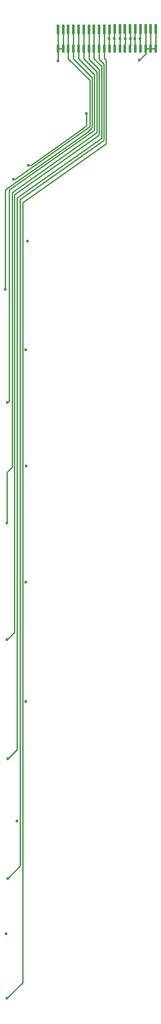
<source format=gbr>
%TF.GenerationSoftware,KiCad,Pcbnew,8.0.2*%
%TF.CreationDate,2025-02-10T20:40:28+01:00*%
%TF.ProjectId,FT25_AMS_VSENS,46543235-5f41-44d5-935f-5653454e532e,rev?*%
%TF.SameCoordinates,Original*%
%TF.FileFunction,Copper,L4,Bot*%
%TF.FilePolarity,Positive*%
%FSLAX46Y46*%
G04 Gerber Fmt 4.6, Leading zero omitted, Abs format (unit mm)*
G04 Created by KiCad (PCBNEW 8.0.2) date 2025-02-10 20:40:28*
%MOMM*%
%LPD*%
G01*
G04 APERTURE LIST*
%TA.AperFunction,SMDPad,CuDef*%
%ADD10R,0.600000X1.650000*%
%TD*%
%TA.AperFunction,SMDPad,CuDef*%
%ADD11R,0.600000X1.850000*%
%TD*%
%TA.AperFunction,ViaPad*%
%ADD12C,0.600000*%
%TD*%
%TA.AperFunction,Conductor*%
%ADD13C,0.250000*%
%TD*%
G04 APERTURE END LIST*
D10*
%TO.P,J19,1,1*%
%TO.N,GND*%
X226350000Y-45125000D03*
D11*
%TO.P,J19,2,2*%
X226350000Y-41325000D03*
D10*
%TO.P,J19,3,3*%
X225350000Y-45125000D03*
D11*
%TO.P,J19,4,4*%
X225350000Y-41325000D03*
D10*
%TO.P,J19,5,5*%
X224350000Y-45125000D03*
D11*
%TO.P,J19,6,6*%
X224350000Y-41325000D03*
D10*
%TO.P,J19,7,7*%
%TO.N,/V1*%
X223350000Y-45125000D03*
D11*
%TO.P,J19,8,8*%
X223350000Y-41325000D03*
D10*
%TO.P,J19,9,9*%
%TO.N,/V2*%
X222350000Y-45125000D03*
D11*
%TO.P,J19,10,10*%
X222350000Y-41325000D03*
D10*
%TO.P,J19,11,11*%
%TO.N,/V3*%
X221350000Y-45125000D03*
D11*
%TO.P,J19,12,12*%
X221350000Y-41325000D03*
D10*
%TO.P,J19,13,13*%
%TO.N,/V4*%
X220350000Y-45125000D03*
D11*
%TO.P,J19,14,14*%
X220350000Y-41325000D03*
D10*
%TO.P,J19,15,15*%
%TO.N,/V5*%
X219350000Y-45125000D03*
D11*
%TO.P,J19,16,16*%
X219350000Y-41325000D03*
D10*
%TO.P,J19,17,17*%
%TO.N,/V6*%
X218350000Y-45125000D03*
D11*
%TO.P,J19,18,18*%
X218350000Y-41325000D03*
D10*
%TO.P,J19,19,19*%
%TO.N,/V7*%
X217350000Y-45125000D03*
D11*
%TO.P,J19,20,20*%
X217350000Y-41375000D03*
D10*
%TO.P,J19,21,21*%
%TO.N,/V8*%
X216350000Y-45125000D03*
D11*
%TO.P,J19,22,22*%
X216350000Y-41375000D03*
D10*
%TO.P,J19,23,23*%
%TO.N,/V9*%
X215350000Y-45125000D03*
D11*
%TO.P,J19,24,24*%
X215350000Y-41375000D03*
D10*
%TO.P,J19,25,25*%
%TO.N,/V10*%
X214350000Y-45125000D03*
D11*
%TO.P,J19,26,26*%
X214350000Y-41375000D03*
D10*
%TO.P,J19,27,27*%
%TO.N,/V11*%
X213350000Y-45125000D03*
D11*
%TO.P,J19,28,28*%
X213350000Y-41375000D03*
D10*
%TO.P,J19,29,29*%
%TO.N,/V12*%
X212350000Y-45125000D03*
D11*
%TO.P,J19,30,30*%
X212350000Y-41375000D03*
D10*
%TO.P,J19,31,31*%
%TO.N,/V13*%
X211350000Y-45125000D03*
D11*
%TO.P,J19,32,32*%
X211350000Y-41375000D03*
D10*
%TO.P,J19,33,33*%
%TO.N,/V14*%
X210350000Y-45125000D03*
D11*
%TO.P,J19,34,34*%
X210350000Y-41375000D03*
D10*
%TO.P,J19,35,35*%
%TO.N,/V15*%
X209350000Y-45125000D03*
D11*
%TO.P,J19,36,36*%
X209350000Y-41375000D03*
D10*
%TO.P,J19,37,37*%
%TO.N,VBUS*%
X208350000Y-45125000D03*
D11*
%TO.P,J19,38,38*%
X208350000Y-41375000D03*
D10*
%TO.P,J19,39,39*%
X207350000Y-45125000D03*
D11*
%TO.P,J19,40,40*%
X207350000Y-41375000D03*
%TD*%
D12*
%TO.N,/V1*%
X201425000Y-82300000D03*
X223300000Y-43200000D03*
%TO.N,/V2*%
X201100000Y-103300000D03*
X222300000Y-43200000D03*
%TO.N,/V3*%
X221400000Y-43200000D03*
X201200000Y-125700000D03*
%TO.N,/V4*%
X201100000Y-148200000D03*
X220400000Y-43200000D03*
%TO.N,/V5*%
X219400000Y-43200000D03*
X201100000Y-171200000D03*
%TO.N,/V6*%
X218300000Y-43200000D03*
X199400000Y-194287500D03*
%TO.N,/V7*%
X197300000Y-216100000D03*
X217300000Y-43200000D03*
%TO.N,/V8*%
X197500000Y-228500000D03*
%TO.N,/V9*%
X197600000Y-205400000D03*
%TO.N,/V10*%
X197600000Y-182300000D03*
%TO.N,/V11*%
X197500000Y-159300000D03*
%TO.N,/V12*%
X197500000Y-136700000D03*
%TO.N,/V13*%
X197550000Y-113450000D03*
%TO.N,/V14*%
X197150000Y-91600000D03*
%TO.N,/V15*%
X198718423Y-70342190D03*
%TO.N,VBUS*%
X212900000Y-57650000D03*
X207350000Y-47500000D03*
X201605503Y-67621559D03*
%TO.N,GND*%
X223150000Y-47350000D03*
%TD*%
D13*
%TO.N,/V14*%
X210350000Y-47062500D02*
X210350000Y-45125000D01*
X213975000Y-50687500D02*
X210350000Y-47062500D01*
X197489426Y-72137944D02*
X213130960Y-61205436D01*
X213975000Y-60361396D02*
X213975000Y-50687500D01*
X197150000Y-72477370D02*
X197489426Y-72137944D01*
X197150000Y-91600000D02*
X197150000Y-72477370D01*
X213130960Y-61205436D02*
X213975000Y-60361396D01*
%TO.N,/V1*%
X223300000Y-41375000D02*
X223350000Y-41325000D01*
X223300000Y-43200000D02*
X223300000Y-45075000D01*
X223300000Y-45075000D02*
X223350000Y-45125000D01*
X223300000Y-43200000D02*
X223300000Y-41375000D01*
%TO.N,/V2*%
X222300000Y-41375000D02*
X222350000Y-41325000D01*
X222300000Y-43200000D02*
X222300000Y-45075000D01*
X222300000Y-45075000D02*
X222350000Y-45125000D01*
X222300000Y-43200000D02*
X222300000Y-41375000D01*
%TO.N,/V3*%
X221400000Y-43200000D02*
X221400000Y-41375000D01*
X221400000Y-41375000D02*
X221350000Y-41325000D01*
X221400000Y-45075000D02*
X221350000Y-45125000D01*
X221400000Y-43200000D02*
X221400000Y-45075000D01*
%TO.N,/V4*%
X220400000Y-43200000D02*
X220400000Y-45075000D01*
X220400000Y-43200000D02*
X220400000Y-41375000D01*
X220400000Y-45075000D02*
X220350000Y-45125000D01*
X220400000Y-41375000D02*
X220350000Y-41325000D01*
%TO.N,/V5*%
X219400000Y-41375000D02*
X219350000Y-41325000D01*
X219400000Y-43200000D02*
X219400000Y-41375000D01*
X219400000Y-43200000D02*
X219400000Y-45075000D01*
X219400000Y-45075000D02*
X219350000Y-45125000D01*
%TO.N,/V6*%
X218300000Y-43200000D02*
X218300000Y-41375000D01*
X218300000Y-41375000D02*
X218350000Y-41325000D01*
X218300000Y-45075000D02*
X218350000Y-45125000D01*
X218300000Y-43200000D02*
X218300000Y-45075000D01*
%TO.N,/V7*%
X217300000Y-41425000D02*
X217350000Y-41375000D01*
X217300000Y-43200000D02*
X217300000Y-45075000D01*
X217300000Y-45075000D02*
X217350000Y-45125000D01*
X217300000Y-43200000D02*
X217300000Y-41425000D01*
%TO.N,/V8*%
X200475000Y-74825000D02*
X216650000Y-63500000D01*
X216650000Y-63500000D02*
X216700000Y-63450000D01*
X216350000Y-45125000D02*
X216350000Y-41375000D01*
X200475000Y-225525000D02*
X200475000Y-74825000D01*
X216700000Y-47325000D02*
X216350000Y-46975000D01*
X216700000Y-63450000D02*
X216700000Y-47325000D01*
X216350000Y-46975000D02*
X216350000Y-45125000D01*
X197500000Y-228500000D02*
X200475000Y-225525000D01*
%TO.N,/V9*%
X197600000Y-205400000D02*
X200025000Y-202975000D01*
X200025000Y-74225000D02*
X200050000Y-74200000D01*
X215350000Y-45125000D02*
X215350000Y-41375000D01*
X200025000Y-202975000D02*
X200025000Y-74225000D01*
X216250000Y-48050000D02*
X215350000Y-47150000D01*
X216250000Y-62850000D02*
X216250000Y-48050000D01*
X200050000Y-74200000D02*
X216250000Y-62850000D01*
X215350000Y-47150000D02*
X215350000Y-45125000D01*
%TO.N,/V10*%
X214350000Y-45125000D02*
X214350000Y-41375000D01*
X199400000Y-73950000D02*
X199400000Y-180500000D01*
X215800000Y-48500000D02*
X215800000Y-62475000D01*
X199400000Y-180500000D02*
X197600000Y-182300000D01*
X214350000Y-45125000D02*
X214350000Y-47050000D01*
X215775000Y-62500000D02*
X199400000Y-73950000D01*
X215800000Y-62475000D02*
X215775000Y-62500000D01*
X214350000Y-47050000D02*
X215800000Y-48500000D01*
%TO.N,/V11*%
X213350000Y-47125000D02*
X213350000Y-45125000D01*
X215350000Y-61800000D02*
X215350000Y-49125000D01*
X215325000Y-61825000D02*
X215350000Y-61800000D01*
X213350000Y-45125000D02*
X213350000Y-41375000D01*
X198900000Y-157900000D02*
X198900000Y-73350000D01*
X198900000Y-73350000D02*
X215325000Y-61825000D01*
X197500000Y-159300000D02*
X198900000Y-157900000D01*
X215350000Y-49125000D02*
X213350000Y-47125000D01*
%TO.N,/V12*%
X212350000Y-45125000D02*
X212350000Y-41375000D01*
X198450000Y-76950000D02*
X198450000Y-125950000D01*
X198450000Y-72900000D02*
X214850000Y-61350000D01*
X197500000Y-126900000D02*
X197500000Y-136700000D01*
X198450000Y-77159188D02*
X198450000Y-77300000D01*
X212350000Y-45125000D02*
X212350000Y-47050000D01*
X198450000Y-77300000D02*
X198450000Y-72900000D01*
X214875000Y-49575000D02*
X214875000Y-61325000D01*
X214875000Y-61325000D02*
X214850000Y-61350000D01*
X198450000Y-125950000D02*
X197500000Y-126900000D01*
X212350000Y-47050000D02*
X214875000Y-49575000D01*
%TO.N,/V13*%
X197550000Y-113450000D02*
X197900000Y-113100000D01*
X214425000Y-60850000D02*
X214425000Y-50125000D01*
X211350000Y-47050000D02*
X211350000Y-45125000D01*
X197900000Y-72400000D02*
X214425000Y-60850000D01*
X197900000Y-113100000D02*
X197900000Y-72400000D01*
X214425000Y-50125000D02*
X211350000Y-47050000D01*
X211350000Y-45125000D02*
X211350000Y-41375000D01*
%TO.N,/V14*%
X210350000Y-45125000D02*
X210350000Y-41375000D01*
%TO.N,/V15*%
X212754195Y-60670805D02*
X213515109Y-60134891D01*
X209350000Y-47050000D02*
X209350000Y-45125000D01*
X198718423Y-70342190D02*
X199022339Y-70342190D01*
X213515109Y-60134891D02*
X213525000Y-60125000D01*
X213525000Y-60125000D02*
X213525000Y-51225000D01*
X199022339Y-70342190D02*
X212593020Y-60784321D01*
X209350000Y-45125000D02*
X209350000Y-41375000D01*
X212593020Y-60784321D02*
X212754195Y-60670805D01*
X213525000Y-51225000D02*
X209350000Y-47050000D01*
%TO.N,VBUS*%
X207350000Y-45125000D02*
X207350000Y-41375000D01*
X212163751Y-60536249D02*
X212486294Y-60309081D01*
X212900000Y-60017707D02*
X212900000Y-57650000D01*
X202103718Y-67621559D02*
X212163751Y-60536249D01*
X212486294Y-60309081D02*
X212900000Y-60017707D01*
X208350000Y-45125000D02*
X207350000Y-45125000D01*
X201605503Y-67621559D02*
X202103718Y-67621559D01*
X207350000Y-47500000D02*
X207350000Y-45125000D01*
X208350000Y-41375000D02*
X208350000Y-45125000D01*
%TO.N,GND*%
X226350000Y-45125000D02*
X226350000Y-41325000D01*
X224350000Y-46150000D02*
X224350000Y-45125000D01*
X224350000Y-45125000D02*
X224350000Y-41325000D01*
X225350000Y-45125000D02*
X225350000Y-41325000D01*
X225350000Y-45125000D02*
X224350000Y-45125000D01*
X223150000Y-47350000D02*
X224350000Y-46150000D01*
X225350000Y-45125000D02*
X226350000Y-45125000D01*
%TD*%
M02*

</source>
